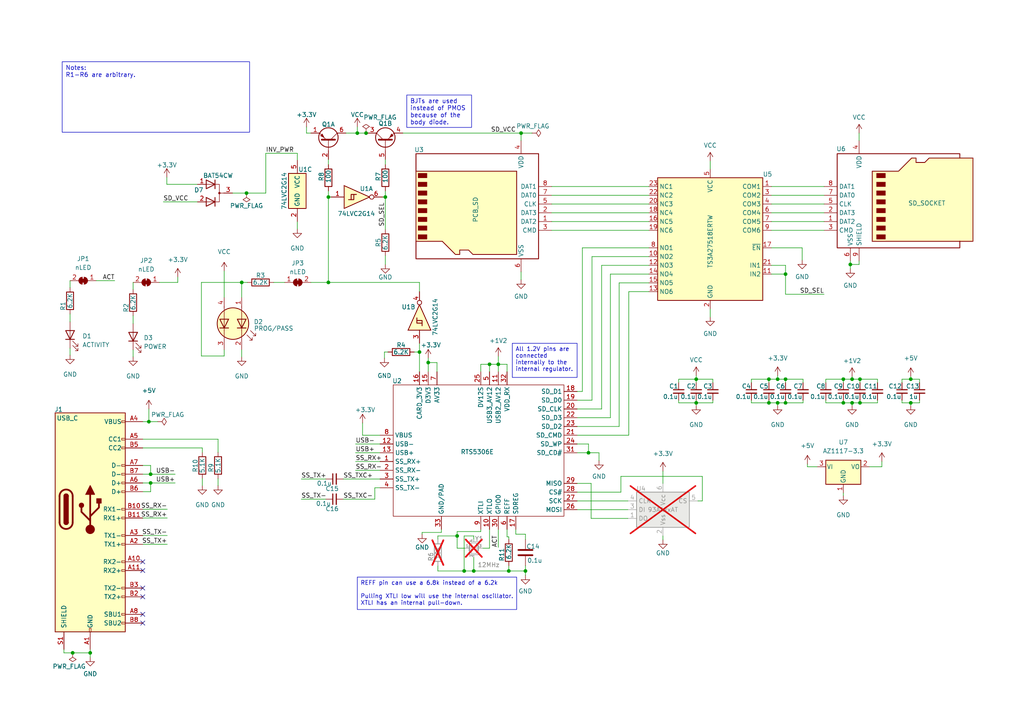
<source format=kicad_sch>
(kicad_sch (version 20230121) (generator eeschema)
  (paper "A4")
  (title_block (title "SD SWAP") (date "2023-08-26") (rev "V1.1"))
  (junction (at 144.526 105.664))
  (junction (at 95.25 81.915))
  (junction (at 21.082 189.357))
  (junction (at 106.172 38.608))
  (junction (at 137.414 165.608))
  (junction (at 246.634 76.708))
  (junction (at 152.4 165.608))
  (junction (at 26.162 189.357))
  (junction (at 244.602 109.982))
  (junction (at 247.142 109.982))
  (junction (at 43.688 137.541))
  (junction (at 132.588 155.448))
  (junction (at 227.838 109.982))
  (junction (at 147.574 165.608))
  (junction (at 227.838 79.502))
  (junction (at 111.76 57.15))
  (junction (at 43.688 140.081))
  (junction (at 151.13 38.608))
  (junction (at 264.16 109.982))
  (junction (at 244.602 116.84))
  (junction (at 170.688 131.318))
  (junction (at 201.93 109.982))
  (junction (at 264.16 116.84))
  (junction (at 70.104 81.915))
  (junction (at 124.206 105.156))
  (junction (at 225.552 116.84))
  (junction (at 249.428 109.982))
  (junction (at 141.986 105.664))
  (junction (at 43.18 122.301))
  (junction (at 201.93 116.84))
  (junction (at 134.62 165.608))
  (junction (at 223.012 109.982))
  (junction (at 227.838 116.84))
  (junction (at 225.552 109.982))
  (junction (at 249.428 116.84))
  (junction (at 223.012 116.84))
  (junction (at 103.632 38.608))
  (junction (at 121.666 102.108))
  (junction (at 71.501 56.007))
  (junction (at 95.25 57.15))
  (junction (at 247.142 116.84))
  (no_connect (at 41.402 178.181))
  (no_connect (at 41.402 162.941))
  (no_connect (at 41.402 170.561))
  (no_connect (at 41.402 173.101))
  (no_connect (at 41.402 165.481))
  (no_connect (at 41.402 180.721))
  (wire (pts (xy 132.588 155.448) (xy 132.588 159.004)))
  (wire (pts (xy 179.578 82.042) (xy 188.214 82.042)))
  (wire (pts (xy 70.104 101.473) (xy 70.104 103.505)))
  (wire (pts (xy 227.838 79.502) (xy 227.838 85.344)))
  (wire (pts (xy 18.542 189.357) (xy 18.542 188.341)))
  (wire (pts (xy 147.066 155.702) (xy 147.574 155.702)))
  (wire (pts (xy 43.18 122.301) (xy 41.402 122.301)))
  (wire (pts (xy 167.386 140.208) (xy 171.45 140.208)))
  (wire (pts (xy 249.174 38.608) (xy 249.174 40.767)))
  (wire (pts (xy 70.104 81.915) (xy 70.104 86.233)))
  (wire (pts (xy 26.162 189.357) (xy 26.162 190.627)))
  (wire (pts (xy 192.278 155.448) (xy 192.278 156.591)))
  (wire (pts (xy 244.602 109.982) (xy 247.142 109.982)))
  (wire (pts (xy 244.602 116.84) (xy 244.602 116.078)))
  (wire (pts (xy 103.124 131.318) (xy 110.236 131.318)))
  (wire (pts (xy 71.501 56.007) (xy 67.437 56.007)))
  (wire (pts (xy 99.568 144.78) (xy 108.712 144.78)))
  (wire (pts (xy 180.086 142.748) (xy 180.086 138.176)))
  (wire (pts (xy 77.089 56.007) (xy 77.089 44.45)))
  (wire (pts (xy 227.838 76.962) (xy 227.838 79.502)))
  (wire (pts (xy 137.414 161.544) (xy 137.414 165.608)))
  (wire (pts (xy 103.124 136.398) (xy 110.236 136.398)))
  (wire (pts (xy 223.774 59.182) (xy 239.014 59.182)))
  (wire (pts (xy 223.774 76.962) (xy 227.838 76.962)))
  (wire (pts (xy 20.32 91.059) (xy 20.32 93.345)))
  (wire (pts (xy 58.674 138.811) (xy 58.674 140.843)))
  (wire (pts (xy 43.688 137.541) (xy 41.402 137.541)))
  (wire (pts (xy 266.7 109.982) (xy 266.7 110.998)))
  (wire (pts (xy 225.552 116.84) (xy 225.552 117.602)))
  (wire (pts (xy 174.498 76.962) (xy 188.214 76.962)))
  (wire (pts (xy 111.506 102.108) (xy 112.522 102.108)))
  (wire (pts (xy 239.522 116.078) (xy 239.522 116.84)))
  (wire (pts (xy 90.17 81.915) (xy 95.25 81.915)))
  (wire (pts (xy 38.608 101.473) (xy 38.608 103.505)))
  (wire (pts (xy 239.522 109.982) (xy 239.522 110.998)))
  (wire (pts (xy 177.038 79.502) (xy 177.038 121.158)))
  (wire (pts (xy 167.386 131.318) (xy 170.688 131.318)))
  (wire (pts (xy 103.632 36.83) (xy 103.632 38.608)))
  (wire (pts (xy 120.142 102.108) (xy 121.666 102.108)))
  (wire (pts (xy 108.712 141.478) (xy 110.236 141.478)))
  (wire (pts (xy 261.62 109.982) (xy 264.16 109.982)))
  (wire (pts (xy 41.402 135.001) (xy 43.688 135.001)))
  (wire (pts (xy 234.188 135.382) (xy 236.982 135.382)))
  (wire (pts (xy 147.574 164.084) (xy 147.574 165.608)))
  (wire (pts (xy 48.514 150.241) (xy 41.402 150.241)))
  (wire (pts (xy 70.104 81.915) (xy 71.755 81.915)))
  (wire (pts (xy 225.552 116.84) (xy 227.838 116.84)))
  (wire (pts (xy 261.62 109.982) (xy 261.62 110.998)))
  (wire (pts (xy 246.634 76.708) (xy 249.174 76.708)))
  (wire (pts (xy 41.402 129.921) (xy 58.674 129.921)))
  (wire (pts (xy 196.85 116.078) (xy 196.85 116.84)))
  (wire (pts (xy 223.774 56.642) (xy 239.014 56.642)))
  (wire (pts (xy 201.93 108.966) (xy 201.93 109.982)))
  (wire (pts (xy 244.602 116.84) (xy 247.142 116.84)))
  (wire (pts (xy 249.428 109.982) (xy 249.428 110.998)))
  (wire (pts (xy 160.02 59.182) (xy 188.214 59.182)))
  (wire (pts (xy 151.13 78.867) (xy 151.13 81.153)))
  (wire (pts (xy 26.162 188.341) (xy 26.162 189.357)))
  (wire (pts (xy 43.688 142.621) (xy 41.402 142.621)))
  (wire (pts (xy 45.72 122.301) (xy 43.18 122.301)))
  (wire (pts (xy 103.124 133.858) (xy 110.236 133.858)))
  (wire (pts (xy 144.526 103.378) (xy 144.526 105.664)))
  (wire (pts (xy 223.774 71.882) (xy 232.664 71.882)))
  (wire (pts (xy 41.402 140.081) (xy 43.688 140.081)))
  (wire (pts (xy 223.012 109.982) (xy 223.012 110.998)))
  (wire (pts (xy 149.606 154.94) (xy 152.4 154.94)))
  (wire (pts (xy 149.606 153.543) (xy 149.606 154.94)))
  (wire (pts (xy 255.778 133.858) (xy 255.778 135.382)))
  (wire (pts (xy 26.162 189.357) (xy 21.082 189.357)))
  (wire (pts (xy 160.02 61.722) (xy 188.214 61.722)))
  (wire (pts (xy 48.387 53.467) (xy 57.277 53.467)))
  (wire (pts (xy 151.13 38.608) (xy 154.305 38.608)))
  (wire (pts (xy 180.086 138.176) (xy 203.708 138.176)))
  (wire (pts (xy 106.172 38.608) (xy 106.68 38.608)))
  (wire (pts (xy 43.688 137.541) (xy 50.8 137.541)))
  (wire (pts (xy 46.228 81.915) (xy 51.562 81.915)))
  (wire (pts (xy 255.778 135.382) (xy 252.222 135.382)))
  (wire (pts (xy 65.024 103.251) (xy 65.024 101.473)))
  (wire (pts (xy 160.02 64.262) (xy 188.214 64.262)))
  (wire (pts (xy 124.206 107.823) (xy 124.206 105.156)))
  (wire (pts (xy 63.246 138.811) (xy 63.246 140.843)))
  (wire (pts (xy 111.76 57.15) (xy 111.76 66.548)))
  (wire (pts (xy 247.142 116.84) (xy 249.428 116.84)))
  (wire (pts (xy 223.012 116.84) (xy 225.552 116.84)))
  (wire (pts (xy 43.688 140.081) (xy 43.688 142.621)))
  (wire (pts (xy 201.93 109.982) (xy 206.756 109.982)))
  (wire (pts (xy 124.206 103.886) (xy 124.206 105.156)))
  (wire (pts (xy 225.552 108.966) (xy 225.552 109.982)))
  (wire (pts (xy 63.246 127.381) (xy 63.246 131.191)))
  (wire (pts (xy 227.838 116.84) (xy 227.838 116.078)))
  (wire (pts (xy 232.664 71.882) (xy 232.664 75.438)))
  (wire (pts (xy 196.85 109.982) (xy 201.93 109.982)))
  (wire (pts (xy 167.386 113.538) (xy 168.91 113.538)))
  (wire (pts (xy 147.574 165.608) (xy 152.4 165.608)))
  (wire (pts (xy 196.85 116.84) (xy 201.93 116.84)))
  (wire (pts (xy 27.94 81.407) (xy 33.274 81.407)))
  (wire (pts (xy 105.156 126.238) (xy 110.236 126.238)))
  (wire (pts (xy 65.024 78.613) (xy 65.024 86.233)))
  (wire (pts (xy 261.62 116.84) (xy 264.16 116.84)))
  (wire (pts (xy 139.446 105.664) (xy 141.986 105.664)))
  (wire (pts (xy 137.414 156.464) (xy 137.414 155.448)))
  (wire (pts (xy 48.514 155.321) (xy 41.402 155.321)))
  (wire (pts (xy 95.25 81.915) (xy 121.666 81.915)))
  (wire (pts (xy 57.277 58.547) (xy 47.371 58.547)))
  (wire (pts (xy 103.632 38.608) (xy 106.172 38.608)))
  (wire (pts (xy 261.62 116.84) (xy 261.62 116.078)))
  (wire (pts (xy 86.233 64.262) (xy 86.233 66.421)))
  (wire (pts (xy 152.4 154.94) (xy 152.4 156.464)))
  (wire (pts (xy 87.376 138.938) (xy 94.488 138.938)))
  (wire (pts (xy 77.089 44.45) (xy 86.233 44.45)))
  (wire (pts (xy 141.986 105.664) (xy 141.986 107.823)))
  (wire (pts (xy 43.18 118.618) (xy 43.18 122.301)))
  (wire (pts (xy 171.704 74.422) (xy 188.214 74.422)))
  (wire (pts (xy 127 155.448) (xy 132.588 155.448)))
  (wire (pts (xy 168.91 71.882) (xy 188.214 71.882)))
  (wire (pts (xy 127 164.084) (xy 127 165.608)))
  (wire (pts (xy 254.508 109.982) (xy 254.508 110.998)))
  (wire (pts (xy 134.62 165.608) (xy 137.414 165.608)))
  (wire (pts (xy 196.85 109.982) (xy 196.85 110.998)))
  (wire (pts (xy 121.666 102.108) (xy 121.666 107.823)))
  (wire (pts (xy 127 165.608) (xy 134.62 165.608)))
  (wire (pts (xy 182.372 126.238) (xy 167.386 126.238)))
  (wire (pts (xy 99.568 138.938) (xy 110.236 138.938)))
  (wire (pts (xy 234.188 134.62) (xy 234.188 135.382)))
  (wire (pts (xy 86.233 44.45) (xy 86.233 46.482)))
  (wire (pts (xy 111.76 46.228) (xy 111.76 47.752)))
  (wire (pts (xy 225.552 109.982) (xy 227.838 109.982)))
  (wire (pts (xy 205.994 89.662) (xy 205.994 91.948)))
  (wire (pts (xy 266.7 116.84) (xy 266.7 116.078)))
  (wire (pts (xy 20.32 100.965) (xy 20.32 102.997)))
  (wire (pts (xy 223.774 66.802) (xy 239.014 66.802)))
  (wire (pts (xy 223.774 61.722) (xy 239.014 61.722)))
  (wire (pts (xy 151.13 38.608) (xy 151.13 40.767)))
  (wire (pts (xy 121.666 99.568) (xy 121.666 102.108)))
  (wire (pts (xy 227.838 85.344) (xy 239.014 85.344)))
  (wire (pts (xy 203.708 138.176) (xy 203.708 145.288)))
  (wire (pts (xy 182.372 84.582) (xy 182.372 126.238)))
  (wire (pts (xy 141.986 153.543) (xy 141.986 159.004)))
  (wire (pts (xy 126.746 105.156) (xy 126.746 107.823)))
  (wire (pts (xy 201.93 116.84) (xy 201.93 116.078)))
  (wire (pts (xy 246.634 76.708) (xy 246.634 77.978)))
  (wire (pts (xy 217.932 109.982) (xy 217.932 110.998)))
  (wire (pts (xy 201.93 116.84) (xy 206.756 116.84)))
  (wire (pts (xy 147.574 155.702) (xy 147.574 156.464)))
  (wire (pts (xy 147.066 153.543) (xy 147.066 155.702)))
  (wire (pts (xy 139.954 159.004) (xy 141.986 159.004)))
  (wire (pts (xy 264.16 116.84) (xy 266.7 116.84)))
  (wire (pts (xy 21.082 189.357) (xy 18.542 189.357)))
  (wire (pts (xy 249.428 109.982) (xy 254.508 109.982)))
  (wire (pts (xy 20.32 83.439) (xy 20.32 81.407)))
  (wire (pts (xy 254.508 116.84) (xy 254.508 116.078)))
  (wire (pts (xy 167.386 118.618) (xy 174.498 118.618)))
  (wire (pts (xy 167.386 128.778) (xy 170.688 128.778)))
  (wire (pts (xy 179.578 123.698) (xy 179.578 82.042)))
  (wire (pts (xy 152.4 164.084) (xy 152.4 165.608)))
  (wire (pts (xy 206.756 109.982) (xy 206.756 110.998)))
  (wire (pts (xy 223.774 64.262) (xy 239.014 64.262)))
  (wire (pts (xy 147.066 105.664) (xy 147.066 107.823)))
  (wire (pts (xy 43.688 135.001) (xy 43.688 137.541)))
  (wire (pts (xy 63.246 127.381) (xy 41.402 127.381)))
  (wire (pts (xy 227.838 109.982) (xy 227.838 110.998)))
  (wire (pts (xy 203.708 145.288) (xy 202.438 145.288)))
  (wire (pts (xy 246.634 75.692) (xy 246.634 76.708)))
  (wire (pts (xy 105.156 122.682) (xy 105.156 126.238)))
  (wire (pts (xy 217.932 109.982) (xy 223.012 109.982)))
  (wire (pts (xy 217.932 116.078) (xy 217.932 116.84)))
  (wire (pts (xy 227.838 79.502) (xy 223.774 79.502)))
  (wire (pts (xy 192.278 136.652) (xy 192.278 140.208)))
  (wire (pts (xy 58.42 81.915) (xy 70.104 81.915)))
  (wire (pts (xy 132.588 154.178) (xy 132.588 155.448)))
  (wire (pts (xy 168.91 113.538) (xy 168.91 71.882)))
  (wire (pts (xy 171.45 150.368) (xy 182.118 150.368)))
  (wire (pts (xy 77.089 56.007) (xy 71.501 56.007)))
  (wire (pts (xy 38.608 83.947) (xy 38.608 81.915)))
  (wire (pts (xy 223.012 116.84) (xy 223.012 116.078)))
  (wire (pts (xy 152.4 165.608) (xy 152.4 166.878)))
  (wire (pts (xy 264.16 116.84) (xy 264.16 117.602)))
  (wire (pts (xy 239.522 116.84) (xy 244.602 116.84)))
  (wire (pts (xy 124.206 105.156) (xy 126.746 105.156)))
  (wire (pts (xy 134.62 155.448) (xy 134.62 165.608)))
  (wire (pts (xy 264.16 109.982) (xy 266.7 109.982)))
  (wire (pts (xy 79.375 81.915) (xy 82.55 81.915)))
  (wire (pts (xy 201.93 116.84) (xy 201.93 117.602)))
  (wire (pts (xy 227.838 109.982) (xy 232.918 109.982)))
  (wire (pts (xy 121.666 81.915) (xy 121.666 84.582)))
  (wire (pts (xy 38.608 91.567) (xy 38.608 93.853)))
  (wire (pts (xy 188.214 79.502) (xy 177.038 79.502)))
  (wire (pts (xy 132.588 159.004) (xy 134.874 159.004)))
  (wire (pts (xy 223.012 109.982) (xy 225.552 109.982)))
  (wire (pts (xy 160.02 54.102) (xy 188.214 54.102)))
  (wire (pts (xy 171.704 116.078) (xy 171.704 74.422)))
  (wire (pts (xy 160.02 66.802) (xy 188.214 66.802)))
  (wire (pts (xy 182.372 84.582) (xy 188.214 84.582)))
  (wire (pts (xy 95.25 55.372) (xy 95.25 57.15)))
  (wire (pts (xy 206.756 116.84) (xy 206.756 116.078)))
  (wire (pts (xy 170.688 128.778) (xy 170.688 131.318)))
  (wire (pts (xy 177.038 121.158) (xy 167.386 121.158)))
  (wire (pts (xy 128.016 154.432) (xy 122.428 154.432)))
  (wire (pts (xy 244.602 143.002) (xy 244.602 143.764)))
  (wire (pts (xy 167.386 123.698) (xy 179.578 123.698)))
  (wire (pts (xy 95.25 46.228) (xy 95.25 47.752)))
  (wire (pts (xy 160.02 56.642) (xy 188.214 56.642)))
  (wire (pts (xy 58.42 81.915) (xy 58.42 103.251)))
  (wire (pts (xy 137.414 155.448) (xy 134.62 155.448)))
  (wire (pts (xy 48.514 147.701) (xy 41.402 147.701)))
  (wire (pts (xy 141.986 105.664) (xy 144.526 105.664)))
  (wire (pts (xy 95.25 57.15) (xy 96.012 57.15)))
  (wire (pts (xy 223.774 54.102) (xy 239.014 54.102)))
  (wire (pts (xy 110.998 57.15) (xy 111.76 57.15)))
  (wire (pts (xy 170.688 131.318) (xy 173.736 131.318)))
  (wire (pts (xy 232.918 109.982) (xy 232.918 110.998)))
  (wire (pts (xy 239.522 109.982) (xy 244.602 109.982)))
  (wire (pts (xy 58.674 129.921) (xy 58.674 131.191)))
  (wire (pts (xy 249.428 116.84) (xy 254.508 116.84)))
  (wire (pts (xy 88.9 36.83) (xy 88.9 38.608)))
  (wire (pts (xy 264.16 109.22) (xy 264.16 109.982)))
  (wire (pts (xy 249.428 116.84) (xy 249.428 116.078)))
  (wire (pts (xy 128.016 153.543) (xy 128.016 154.432)))
  (wire (pts (xy 167.386 147.828) (xy 182.118 147.828)))
  (wire (pts (xy 244.602 109.982) (xy 244.602 110.998)))
  (wire (pts (xy 139.446 153.543) (xy 139.446 154.178)))
  (wire (pts (xy 122.428 154.432) (xy 122.428 154.94)))
  (wire (pts (xy 232.918 116.84) (xy 232.918 116.078)))
  (wire (pts (xy 139.446 107.823) (xy 139.446 105.664)))
  (wire (pts (xy 48.387 51.435) (xy 48.387 53.467)))
  (wire (pts (xy 144.526 105.664) (xy 144.526 107.823)))
  (wire (pts (xy 167.386 145.288) (xy 182.118 145.288)))
  (wire (pts (xy 48.514 157.861) (xy 41.402 157.861)))
  (wire (pts (xy 95.25 57.15) (xy 95.25 81.915)))
  (wire (pts (xy 43.688 140.081) (xy 50.8 140.081)))
  (wire (pts (xy 247.142 116.84) (xy 247.142 117.602)))
  (wire (pts (xy 111.76 74.168) (xy 111.76 76.708)))
  (wire (pts (xy 249.174 76.708) (xy 249.174 75.692)))
  (wire (pts (xy 103.124 128.778) (xy 110.236 128.778)))
  (wire (pts (xy 173.736 131.318) (xy 173.736 133.604)))
  (wire (pts (xy 205.994 46.736) (xy 205.994 49.022)))
  (wire (pts (xy 247.142 109.982) (xy 249.428 109.982)))
  (wire (pts (xy 227.838 116.84) (xy 232.918 116.84)))
  (wire (pts (xy 137.414 165.608) (xy 147.574 165.608)))
  (wire (pts (xy 171.45 140.208) (xy 171.45 150.368)))
  (wire (pts (xy 108.712 144.78) (xy 108.712 141.478)))
  (wire (pts (xy 127 156.464) (xy 127 155.448)))
  (wire (pts (xy 201.93 109.982) (xy 201.93 110.998)))
  (wire (pts (xy 88.9 38.608) (xy 90.17 38.608)))
  (wire (pts (xy 167.386 142.748) (xy 180.086 142.748)))
  (wire (pts (xy 132.588 154.178) (xy 139.446 154.178)))
  (wire (pts (xy 111.506 103.886) (xy 111.506 102.108)))
  (wire (pts (xy 247.142 109.22) (xy 247.142 109.982)))
  (wire (pts (xy 144.526 153.543) (xy 144.526 158.75)))
  (wire (pts (xy 51.562 80.391) (xy 51.562 81.915)))
  (wire (pts (xy 217.932 116.84) (xy 223.012 116.84)))
  (wire (pts (xy 58.42 103.251) (xy 65.024 103.251)))
  (wire (pts (xy 116.84 38.608) (xy 151.13 38.608)))
  (wire (pts (xy 174.498 118.618) (xy 174.498 76.962)))
  (wire (pts (xy 100.33 38.608) (xy 103.632 38.608)))
  (wire (pts (xy 144.526 105.664) (xy 147.066 105.664)))
  (wire (pts (xy 167.386 116.078) (xy 171.704 116.078)))
  (wire (pts (xy 111.76 55.372) (xy 111.76 57.15)))
  (wire (pts (xy 87.376 144.78) (xy 94.488 144.78)))
  (text_box "Notes:\nR1-R6 are arbitrary.\n" (at 18.034 17.907 0) (size 54.356 20.447) (effects (font (size 1.27 1.27)) (justify left top)))
  (text_box "BJTs are used instead of PMOS\nbecause of the body diode.\n" (at 117.983 27.559 0) (size 18.796 9.398) (effects (font (size 1.27 1.27)) (justify left top)))
  (text_box "All 1.2V pins are connected internally to the internal regulator." (at 148.59 99.568 0) (size 18.796 9.906) (effects (font (size 1.2 1.2)) (justify left top)))
  (text_box "REFF pin can use a 6.8k instead of a 6.2k\n\nPulling XTLI low will use the internal oscillator.\nXTLI has an internal pull-down." (at 103.632 167.386 0) (size 46.228 9.398) (effects (font (size 1.2 1.2)) (justify left top)))
  (label "SD_VCC" (at 47.371 58.547 0))
  (label "ACT" (at 33.274 81.407 180))
  (label "USB+" (at 50.8 140.081 180))
  (label "SS_TX+" (at 48.514 157.861 180))
  (label "USB+" (at 103.124 131.318 0))
  (label "SS_RX-" (at 103.124 136.398 0))
  (label "SS_RX-" (at 48.514 147.701 180))
  (label "SS_RX+" (at 48.514 150.241 180))
  (label "ACT" (at 144.526 158.75 90))
  (label "SS_TXC-" (at 99.568 144.78 0))
  (label "SS_TX-" (at 87.376 144.78 0))
  (label "SS_TX-" (at 48.514 155.321 180))
  (label "SD_SEL" (at 111.76 58.674 270))
  (label "SD_VCC" (at 142.367 38.608 0))
  (label "USB-" (at 50.8 137.541 180))
  (label "INV_PWR" (at 77.089 44.45 0))
  (label "SS_RX+" (at 103.124 133.858 0))
  (label "USB-" (at 103.124 128.778 0))
  (label "SS_TX+" (at 87.376 138.938 0))
  (label "SD_SEL" (at 239.014 85.344 180))
  (label "SS_TXC+" (at 99.568 138.938 0))
  (symbol (lib_id "Device:C_Small") (at 227.838 113.538 0) (unit 1)
    (property "Reference" "C6" (at 225.044 112.014 0) (effects (justify left)))
    (property "Value" "0.1u" (at 223.266 115.062 0) (effects (justify left)))
    (property "Footprint" "Capacitor_SMD:C_0201_0603Metric" (effects hide))
    (property "LCSC" "C66938" (effects hide))
  )
  (symbol (lib_id "power:+3.3V") (at 88.9 36.83 0) (unit 1)
    (property "Reference" "#PWR0130" (effects hide))
    (property "Value" "+3.3V" (at 88.9 33.274 0))
  )
  (symbol (lib_id "power:VCC") (at 249.174 38.608 0) (mirror y) (unit 1)
    (property "Reference" "#PWR0106" (effects hide))
    (property "Value" "VCC" (at 249.174 34.036 0))
  )
  (symbol (lib_id "Device:C_Small") (at 206.756 113.538 0) (unit 1)
    (property "Reference" "C3" (at 203.962 112.014 0) (effects (justify left)))
    (property "Value" "0.1u" (at 202.184 115.062 0) (effects (justify left)))
    (property "Footprint" "Capacitor_SMD:C_0201_0603Metric" (effects hide))
    (property "LCSC" "C66938" (effects hide))
  )
  (symbol (lib_id "Device:LED") (at 38.608 97.663 90) (unit 1)
    (property "Reference" "D3" (at 41.656 97.9804 90) (effects (justify right)))
    (property "Value" "POWER" (at 41.656 100.5204 90) (effects (justify right)))
    (property "Footprint" "LED_SMD:LED_0603_1608Metric" (effects hide))
    (property "LCSC" "C434419" (effects hide))
  )
  (symbol (lib_id "Device:C_Small") (at 254.508 113.538 0) (unit 1)
    (property "Reference" "C11" (at 250.571 112.014 0) (effects (justify left)))
    (property "Value" "0.1u" (at 249.936 115.062 0) (effects (justify left)))
    (property "Footprint" "Capacitor_SMD:C_0201_0603Metric" (effects hide))
    (property "LCSC" "C66938" (effects hide))
  )
  (symbol (lib_id "power:GND") (at 244.602 143.764 0) (unit 1)
    (property "Reference" "#PWR0101" (effects hide))
    (property "Value" "GND" (at 244.602 149.352 0))
  )
  (symbol (lib_id "power:GND") (at 122.428 154.94 0) (unit 1)
    (property "Reference" "#PWR0110" (effects hide))
    (property "Value" "GND" (at 122.428 158.75 0))
  )
  (symbol (lib_id "Device:C_Small") (at 201.93 113.538 0) (unit 1)
    (property "Reference" "C2" (at 199.136 112.014 0) (effects (justify left)))
    (property "Value" "0.1u" (at 197.358 115.062 0) (effects (justify left)))
    (property "Footprint" "Capacitor_SMD:C_0201_0603Metric" (effects hide))
    (property "LCSC" "C66938" (effects hide))
  )
  (symbol (lib_id "power:GND") (at 58.674 140.843 0) (unit 1)
    (property "Reference" "#PWR0135" (effects hide))
    (property "Value" "GND" (at 58.674 146.431 0))
  )
  (symbol (lib_id "Device:R") (at 20.32 87.249 180) (unit 1)
    (property "Reference" "R1" (at 18.288 88.773 90))
    (property "Value" "6.2K" (at 20.32 87.249 90))
    (property "Footprint" "Resistor_SMD:R_0603_1608Metric" (effects hide))
    (property "LCSC" "C4260" (effects hide))
  )
  (symbol (lib_id "power:GND") (at 63.246 140.843 0) (unit 1)
    (property "Reference" "#PWR0136" (effects hide))
    (property "Value" "GND" (at 63.246 146.431 0))
  )
  (symbol (lib_id "Jumper:SolderJumper_2_Bridged") (at 86.36 81.915 0) (unit 1) (in_bom no)
    (property "Reference" "JP3" (at 86.36 76.327 0))
    (property "Value" "nLED" (at 86.36 78.867 0))
    (property "Footprint" "Jumper:SolderJumper-2_P1.3mm_Bridged_RoundedPad1.0x1.5mm" (effects hide))
    (property "Part Number" "NONE" (effects hide))
  )
  (symbol (lib_id "Device:R") (at 127 160.274 0) (unit 1) (in_bom no) (dnp yes)
    (property "Reference" "R6" (at 124.968 162.814 90) (effects (justify left)))
    (property "Value" "10K" (at 127 162.306 90) (effects (justify left)))
    (property "Footprint" "Resistor_SMD:R_0603_1608Metric" (effects hide))
  )
  (symbol (lib_id "Analog_Switch:TS3A27518ERTW") (at 205.994 69.342 0) (mirror y) (unit 1)
    (property "Reference" "U5" (at 221.234 50.546 0) (effects (justify right)))
    (property "Value" "TS3A27518ERTW" (at 205.994 62.23 90) (effects (justify right)))
    (property "Footprint" "Package_DFN_QFN:WQFN-24-1EP_4x4mm_P0.5mm_EP2.6x2.6mm" (effects hide))
    (property "Datasheet" "http://www.ti.com/lit/ds/symlink/ts3a27518e.pdf" (effects hide))
    (property "LCSC" "C2651937" (effects hide))
    (property "Part Number" "TS3A27518ERTW" (effects hide))
  )
  (symbol (lib_id "power:GND") (at 247.142 117.602 0) (unit 1)
    (property "Reference" "#PWR0118" (effects hide))
    (property "Value" "GND" (at 247.142 123.19 0))
  )
  (symbol (lib_id "power:VCC") (at 103.632 36.83 0) (unit 1)
    (property "Reference" "#PWR0131" (effects hide))
    (property "Value" "VCC" (at 103.632 33.274 0))
  )
  (symbol (lib_name "74LVC2G14_1") (lib_id "74xGxx:74LVC2G14") (at 103.378 57.15 0) (unit 1)
    (property "Reference" "U1" (at 108.204 54.737 0) (effects (justify right)))
    (property "Value" "74LVC2G14" (at 108.839 61.976 0) (effects (justify right)))
    (property "Footprint" "Package_TO_SOT_SMD:SOT-363_SC-70-6" (effects hide))
    (property "Datasheet" "https://www.ti.com/lit/ds/symlink/sn74lvc2g14.pdf" (effects hide))
    (property "LCSC" "C3294721" (effects hide))
    (property "Part Number" "74LVC2G14" (effects hide))
  )
  (symbol (lib_id "Device:R") (at 111.76 70.358 180) (unit 1)
    (property "Reference" "R5" (at 109.728 70.358 90))
    (property "Value" "6.2K" (at 111.76 70.358 90))
    (property "Footprint" "Resistor_SMD:R_0201_0603Metric" (effects hide))
    (property "LCSC" "C423334" (effects hide))
  )
  (symbol (lib_id "power:VCC") (at 65.024 78.613 0) (unit 1)
    (property "Reference" "#PWR0129" (effects hide))
    (property "Value" "VCC" (at 65.024 73.025 0))
  )
  (symbol (lib_id "power:GND") (at 205.994 91.948 0) (unit 1)
    (property "Reference" "#PWR0113" (effects hide))
    (property "Value" "GND" (at 205.994 96.774 0))
  )
  (symbol (lib_id "power:VCC") (at 201.93 108.966 0) (unit 1)
    (property "Reference" "#PWR0138" (effects hide))
    (property "Value" "VCC" (at 201.93 104.394 0))
  )
  (symbol (lib_id "Device:C_Small") (at 97.028 138.938 90) (unit 1)
    (property "Reference" "C15" (at 98.298 141.732 90) (effects (justify left)))
    (property "Value" "0.1u" (at 96.266 140.208 90) (effects (justify left)))
    (property "Footprint" "Capacitor_SMD:C_0201_0603Metric" (effects hide))
    (property "LCSC" "C66938" (effects hide))
  )
  (symbol (lib_id "power:+3.3V") (at 105.156 122.682 0) (unit 1)
    (property "Reference" "#PWR0123" (effects hide))
    (property "Value" "+3.3V" (at 105.918 118.872 0))
  )
  (symbol (lib_id "Device:R") (at 58.674 135.001 0) (unit 1)
    (property "Reference" "R10" (at 56.642 137.033 90) (effects (justify left)))
    (property "Value" "5.1K" (at 58.674 137.287 90) (effects (justify left)))
    (property "Footprint" "Resistor_SMD:R_0201_0603Metric" (effects hide))
    (property "LCSC" "C100142" (effects hide))
  )
  (symbol (lib_id "Device:R") (at 63.246 135.001 0) (unit 1)
    (property "Reference" "R9" (at 61.214 137.033 90) (effects (justify left)))
    (property "Value" "5.1K" (at 63.246 137.287 90) (effects (justify left)))
    (property "Footprint" "Resistor_SMD:R_0201_0603Metric" (effects hide))
    (property "LCSC" "C100142" (effects hide))
  )
  (symbol (lib_id "Device:C_Small") (at 266.7 113.538 0) (unit 1)
    (property "Reference" "C13" (at 262.763 112.014 0) (effects (justify left)))
    (property "Value" "1u" (at 263.652 115.062 0) (effects (justify left)))
    (property "Footprint" "Capacitor_SMD:C_0402_1005Metric" (effects hide))
    (property "LCSC" "C107372" (effects hide))
  )
  (symbol (lib_id "power:GND") (at 111.506 103.886 0) (unit 1)
    (property "Reference" "#PWR0122" (effects hide))
    (property "Value" "GND" (at 111.506 108.966 0))
  )
  (symbol (lib_id "power:GND") (at 225.552 117.602 0) (unit 1)
    (property "Reference" "#PWR0114" (effects hide))
    (property "Value" "GND" (at 225.552 123.19 0))
  )
  (symbol (lib_id "power:GND") (at 232.664 75.438 0) (unit 1)
    (property "Reference" "#PWR0103" (effects hide))
    (property "Value" "GND" (at 232.664 80.264 0))
  )
  (symbol (lib_id "power:GND") (at 38.608 103.505 0) (unit 1)
    (property "Reference" "#PWR0125" (effects hide))
    (property "Value" "GND" (at 38.608 109.093 0))
  )
  (symbol (lib_id "power:GND") (at 246.634 77.978 0) (mirror y) (unit 1)
    (property "Reference" "#PWR0104" (effects hide))
    (property "Value" "GND" (at 246.634 82.804 0))
  )
  (symbol (lib_id "power:+3.3V") (at 225.552 108.966 0) (unit 1)
    (property "Reference" "#PWR0112" (effects hide))
    (property "Value" "+3.3V" (at 225.552 103.886 0))
  )
  (symbol (lib_id "power:+3.3V") (at 255.778 133.858 0) (unit 1)
    (property "Reference" "#PWR0119" (effects hide))
    (property "Value" "+3.3V" (at 255.778 128.778 0))
  )
  (symbol (lib_id "Device:Q_Dual_PNP_PNP_E1B1C2E2B2C1") (at 95.25 41.148 270) (mirror x) (unit 1)
    (property "Reference" "Q1" (at 95.25 36.068 90))
    (property "Value" "Q_Dual_PNP_PNP_E1B1C2E2B2C1" (effects hide))
    (property "Footprint" "Package_TO_SOT_SMD:SOT-23-6" (effects hide))
    (property "LCSC" "C703623" (effects hide))
    (property "Part Number" "QST8TR" (effects hide))
  )
  (symbol (lib_id "power:GND") (at 173.736 133.604 0) (unit 1)
    (property "Reference" "#PWR0109" (effects hide))
    (property "Value" "GND" (at 173.736 138.176 0))
  )
  (symbol (lib_id "power:GND") (at 201.93 117.602 0) (unit 1)
    (property "Reference" "#PWR0139" (effects hide))
    (property "Value" "GND" (at 201.93 123.19 0))
  )
  (symbol (lib_id "power:GND") (at 86.233 66.421 0) (unit 1)
    (property "Reference" "#PWR02" (effects hide))
    (property "Value" "GND" (at 86.233 72.009 0))
  )
  (symbol (lib_id "power:+3.3V") (at 51.562 80.391 0) (unit 1)
    (property "Reference" "#PWR0127" (effects hide))
    (property "Value" "+3.3V" (at 51.562 75.311 0))
  )
  (symbol (lib_id "Device:C_Small") (at 217.932 113.538 0) (unit 1)
    (property "Reference" "C4" (at 215.138 112.014 0) (effects (justify left)))
    (property "Value" "0.1u" (at 213.36 115.062 0) (effects (justify left)))
    (property "Footprint" "Capacitor_SMD:C_0201_0603Metric" (effects hide))
    (property "LCSC" "C66938" (effects hide))
  )
  (symbol (lib_id "power:GND") (at 151.13 81.153 0) (mirror y) (unit 1)
    (property "Reference" "#PWR0120" (effects hide))
    (property "Value" "GND" (at 151.13 85.979 0))
  )
  (symbol (lib_id "power:VCC") (at 205.994 46.736 0) (unit 1)
    (property "Reference" "#PWR0105" (effects hide))
    (property "Value" "VCC" (at 205.994 42.164 0))
  )
  (symbol (lib_id "power:+1V2") (at 247.142 109.22 0) (unit 1)
    (property "Reference" "#PWR0115" (effects hide))
    (property "Value" "+1V2" (at 247.142 104.648 0))
  )
  (symbol (lib_id "Jumper:SolderJumper_2_Bridged") (at 42.418 81.915 180) (unit 1) (in_bom no)
    (property "Reference" "JP2" (at 42.418 75.565 0))
    (property "Value" "nLED" (at 42.418 78.105 0))
    (property "Footprint" "Jumper:SolderJumper-2_P1.3mm_Bridged_RoundedPad1.0x1.5mm" (effects hide))
    (property "Part Number" "NONE" (effects hide))
  )
  (symbol (lib_id "Device:Q_Dual_PNP_PNP_E1B1C2E2B2C1") (at 111.76 41.148 90) (unit 2)
    (property "Reference" "Q1" (at 111.76 35.814 90))
    (property "Value" "Q_Dual_PNP_PNP_E1B1C2E2B2C1" (effects hide))
    (property "Footprint" "Package_TO_SOT_SMD:SOT-23-6" (effects hide))
    (property "LCSC" "C703623" (effects hide))
    (property "Part Number" "QST8TR" (effects hide))
  )
  (symbol (lib_id "power:+1V2") (at 144.526 103.378 0) (unit 1)
    (property "Reference" "#PWR0121" (effects hide))
    (property "Value" "+1V2" (at 144.526 98.806 0))
  )
  (symbol (lib_id "power:GND") (at 264.16 117.602 0) (unit 1)
    (property "Reference" "#PWR0116" (effects hide))
    (property "Value" "GND" (at 264.16 123.19 0))
  )
  (symbol (lib_id "Device:C_Small") (at 244.602 113.538 0) (unit 1)
    (property "Reference" "C9" (at 241.808 112.014 0) (effects (justify left)))
    (property "Value" "0.1u" (at 240.03 115.062 0) (effects (justify left)))
    (property "Footprint" "Capacitor_SMD:C_0201_0603Metric" (effects hide))
    (property "LCSC" "C66938" (effects hide))
  )
  (symbol (lib_id "Device:R") (at 147.574 160.274 0) (unit 1)
    (property "Reference" "R11" (at 145.542 162.814 90) (effects (justify left)))
    (property "Value" "6.2K" (at 147.574 162.306 90) (effects (justify left)))
    (property "Footprint" "Resistor_SMD:R_0201_0603Metric" (effects hide))
    (property "LCSC" "C423334" (effects hide))
  )
  (symbol (lib_id "power:PWR_FLAG") (at 71.501 56.007 180) (unit 1)
    (property "Reference" "#FLG04" (effects hide))
    (property "Value" "PWR_FLAG" (at 71.501 59.69 0))
  )
  (symbol (lib_id "power:GND") (at 192.278 156.591 0) (unit 1)
    (property "Reference" "#PWR0107" (effects hide))
    (property "Value" "GND" (at 192.278 160.401 0))
  )
  (symbol (lib_id "power:PWR_FLAG") (at 154.305 38.608 270) (unit 1)
    (property "Reference" "#FLG03" (effects hide))
    (property "Value" "PWR_FLAG" (at 154.559 36.576 90))
  )
  (symbol (lib_id "Device:R") (at 116.332 102.108 90) (unit 1)
    (property "Reference" "R4" (at 116.332 100.076 90))
    (property "Value" "6.2K" (at 116.332 102.108 90))
    (property "Footprint" "Resistor_SMD:R_0201_0603Metric" (effects hide))
    (property "LCSC" "C423334" (effects hide))
  )
  (symbol (lib_id "Connector:USB_C_Receptacle") (at 26.162 147.701 0) (unit 1)
    (property "Reference" "J1" (at 17.018 118.745 0))
    (property "Value" "USB_C" (at 19.558 121.285 0))
    (property "Footprint" "USB-C:USB_C_Receptacle_Amphenol_10137061-00021LF" (effects hide))
    (property "Datasheet" "https://www.amphenol-cs.com/media/wysiwyg/files/drawing/10137061.pdf" (effects hide))
    (property "LCSC" "C3197967" (effects hide))
    (property "Part Number" "10137061-00021LF" (effects hide))
  )
  (symbol (lib_id "Device:C") (at 152.4 160.274 0) (unit 1)
    (property "Reference" "C14" (at 152.654 158.496 0) (effects (justify left)))
    (property "Value" "0.1u" (at 152.908 162.56 0) (effects (justify left)))
    (property "Footprint" "Capacitor_SMD:C_0201_0603Metric" (effects hide))
    (property "LCSC" "C66938" (effects hide))
  )
  (symbol (lib_id "Device:R") (at 95.25 51.562 0) (unit 1)
    (property "Reference" "R8" (at 93.218 52.578 90) (effects (justify left)))
    (property "Value" "100" (at 95.25 53.086 90) (effects (justify left)))
    (property "Footprint" "Resistor_SMD:R_0201_0603Metric" (effects hide))
    (property "LCSC" "C2991668" (effects hide))
  )
  (symbol (lib_id "power:+3.3V") (at 124.206 103.886 0) (unit 1)
    (property "Reference" "#PWR0111" (effects hide))
    (property "Value" "+3.3V" (at 124.968 100.076 0))
  )
  (symbol (lib_id "power:GND") (at 20.32 102.997 0) (unit 1)
    (property "Reference" "#PWR0126" (effects hide))
    (property "Value" "GND" (at 20.32 108.585 0))
  )
  (symbol (lib_id "power:GND") (at 26.162 190.627 0) (mirror y) (unit 1)
    (property "Reference" "#PWR0134" (effects hide))
    (property "Value" "GND" (at 26.162 195.453 0))
  )
  (symbol (lib_id "SD_Swap:PCB_SD") (at 160.02 54.102 0) (mirror y) (unit 1) (in_bom no)
    (property "Reference" "U3" (at 122.936 43.434 0) (effects (justify left)))
    (property "Value" "PCB_SD" (at 137.922 64.516 90) (effects (justify left)))
    (property "Footprint" "SD_Swap:PCB-SD" (effects hide))
    (property "Part Number" "NONE" (effects hide))
  )
  (symbol (lib_id "power:+3.3V") (at 48.387 51.435 0) (unit 1)
    (property "Reference" "#PWR01" (effects hide))
    (property "Value" "+3.3V" (at 48.387 47.879 0))
  )
  (symbol (lib_id "Jumper:SolderJumper_2_Bridged") (at 24.13 81.407 180) (unit 1) (in_bom no)
    (property "Reference" "JP1" (at 24.13 75.057 0))
    (property "Value" "nLED" (at 24.13 77.597 0))
    (property "Footprint" "Jumper:SolderJumper-2_P1.3mm_Bridged_RoundedPad1.0x1.5mm" (effects hide))
    (property "Part Number" "NONE" (effects hide))
  )
  (symbol (lib_id "power:GND") (at 152.4 166.878 0) (unit 1)
    (property "Reference" "#PWR0124" (effects hide))
    (property "Value" "GND" (at 152.4 171.45 0))
  )
  (symbol (lib_id "Device:LED") (at 20.32 97.155 90) (unit 1)
    (property "Reference" "D1" (at 23.876 97.4724 90) (effects (justify right)))
    (property "Value" "ACTIVITY" (at 23.876 100.0124 90) (effects (justify right)))
    (property "Footprint" "LED_SMD:LED_0603_1608Metric" (effects hide))
    (property "LCSC" "C253534" (effects hide))
  )
  (symbol (lib_name "74LVC2G14_2") (lib_id "74xGxx:74LVC2G14") (at 121.666 91.948 90) (unit 2)
    (property "Reference" "U1" (at 118.491 89.027 90))
    (property "Value" "74LVC2G14" (at 126.238 91.948 0))
    (property "Footprint" "Package_TO_SOT_SMD:SOT-363_SC-70-6" (effects hide))
    (property "Datasheet" "https://www.ti.com/lit/ds/symlink/sn74lvc2g14.pdf" (effects hide))
    (property "LCSC" "C3294721" (effects hide))
    (property "Part Number" "74LVC2G14" (effects hide))
  )
  (symbol (lib_id "Device:C_Small") (at 239.522 113.538 0) (unit 1)
    (property "Reference" "C8" (at 236.728 112.014 0) (effects (justify left)))
    (property "Value" "0.1u" (at 234.95 115.062 0) (effects (justify left)))
    (property "Footprint" "Capacitor_SMD:C_0201_0603Metric" (effects hide))
    (property "LCSC" "C66938" (effects hide))
  )
  (symbol (lib_id "Device:D_Dual_CommonCathode_AAK_Parallel") (at 62.357 56.007 0) (unit 1)
    (property "Reference" "D7" (at 57.658 55.118 0))
    (property "Value" "BAT54CW" (at 63.246 50.927 0))
    (property "Footprint" "Package_TO_SOT_SMD:SOT-323_SC-70" (effects hide))
    (property "Datasheet" "https://assets.nexperia.com/documents/data-sheet/BAT54W_SER.pdf" (effects hide))
    (property "LCSC" "C57891" (effects hide))
    (property "Part Number" "BAT54CW" (effects hide))
  )
  (symbol (lib_id "Device:C_Small") (at 223.012 113.538 0) (unit 1)
    (property "Reference" "C5" (at 220.218 112.014 0) (effects (justify left)))
    (property "Value" "0.1u" (at 218.44 115.062 0) (effects (justify left)))
    (property "Footprint" "Capacitor_SMD:C_0201_0603Metric" (effects hide))
    (property "LCSC" "C66938" (effects hide))
  )
  (symbol (lib_id "Regulator_Linear:AZ1117-3.3") (at 244.602 135.382 0) (unit 1)
    (property "Reference" "U7" (at 244.602 128.27 0))
    (property "Value" "AZ1117-3.3" (at 244.602 130.81 0))
    (property "Footprint" "Package_TO_SOT_SMD:SOT-223-3_TabPin2" (effects hide))
    (property "Datasheet" "https://www.diodes.com/assets/Datasheets/AZ1117.pdf" (effects hide))
    (property "LCSC" "C92102" (effects hide))
    (property "Part Number" "AZ1117CH-3.3TRG1" (effects hide))
  )
  (symbol (lib_id "power:+5V") (at 264.16 109.22 0) (unit 1)
    (property "Reference" "#PWR0117" (effects hide))
    (property "Value" "+5V" (at 264.16 103.886 0))
  )
  (symbol (lib_id "SD_Swap:SD_SOCKET") (at 239.014 54.102 0) (unit 1)
    (property "Reference" "U6" (at 242.57 43.18 0) (effects (justify left)))
    (property "Value" "SD_SOCKET" (at 263.398 58.928 0) (effects (justify left)))
    (property "Footprint" "SD_Swap:105162-0001" (effects hide))
    (property "Part Number" "105162-0001" (effects hide))
  )
  (symbol (lib_id "Device:Crystal_GND24_Small") (at 137.414 159.004 0) (unit 1) (in_bom no) (dnp yes)
    (property "Reference" "Y1" (at 138.938 156.21 0))
    (property "Value" "12MHz" (at 141.732 163.83 0))
    (property "Footprint" "SD_Swap:Resonator-3.2x1.3mm" (effects hide))
    (property "LCSC" "C907940" (effects hide))
    (property "Part Number" "CSTNE12M0G55A000R0" (effects hide))
  )
  (symbol (lib_id "power:PWR_FLAG") (at 45.72 122.301 270) (unit 1)
    (property "Reference" "#FLG01" (effects hide))
    (property "Value" "PWR_FLAG" (at 48.641 120.269 90))
  )
  (symbol (lib_id "Device:C_Small") (at 97.028 144.78 90) (unit 1)
    (property "Reference" "C16" (at 98.298 147.574 90) (effects (justify left)))
    (property "Value" "0.1u" (at 96.012 146.05 90) (effects (justify left)))
    (property "Footprint" "Capacitor_SMD:C_0201_0603Metric" (effects hide))
    (property "LCSC" "C66938" (effects hide))
  )
  (symbol (lib_name "74LVC2G14_1") (lib_id "74xGxx:74LVC2G14") (at 86.233 55.372 0) (unit 3)
    (property "Reference" "U1" (at 90.551 49.149 0) (effects (justify right)))
    (property "Value" "74LVC2G14" (at 82.423 49.911 90) (effects (justify right)))
    (property "Footprint" "Package_TO_SOT_SMD:SOT-363_SC-70-6" (effects hide))
    (property "Datasheet" "https://www.ti.com/lit/ds/symlink/sn74lvc2g14.pdf" (effects hide))
    (property "LCSC" "C3294721" (effects hide))
    (property "Part Number" "74LVC2G14" (effects hide))
  )
  (symbol (lib_id "Device:R") (at 75.565 81.915 270) (unit 1)
    (property "Reference" "R3" (at 75.565 79.883 90))
    (property "Value" "6.2K" (at 75.565 81.915 90))
    (property "Footprint" "Resistor_SMD:R_0603_1608Metric" (effects hide))
    (property "LCSC" "C4260" (effects hide))
  )
  (symbol (lib_id "Device:R") (at 111.76 51.562 0) (unit 1)
    (property "Reference" "R7" (at 109.728 52.578 90) (effects (justify left)))
    (property "Value" "100" (at 111.76 53.086 90) (effects (justify left)))
    (property "Footprint" "Resistor_SMD:R_0201_0603Metric" (effects hide))
    (property "LCSC" "C2991668" (effects hide))
  )
  (symbol (lib_id "power:+5V") (at 43.18 118.618 0) (unit 1)
    (property "Reference" "#PWR0137" (effects hide))
    (property "Value" "+5V" (at 43.18 113.284 0))
  )
  (symbol (lib_id "power:PWR_FLAG") (at 21.082 189.357 180) (unit 1)
    (property "Reference" "#FLG0101" (effects hide))
    (property "Value" "PWR_FLAG" (at 20.066 193.294 0))
  )
  (symbol (lib_id "Memory_EEPROM:93AAxxAT-xOT") (at 192.278 147.828 0) (mirror y) (unit 1) (in_bom no) (dnp yes)
    (property "Reference" "U4" (at 185.928 141.732 0))
    (property "Value" "93AAxxAT" (at 192.278 147.828 0))
    (property "Footprint" "Package_TO_SOT_SMD:SOT-23-6" (effects hide))
    (property "Datasheet" "http://ww1.microchip.com/downloads/en/DeviceDoc/20001749K.pdf" (effects hide))
    (property "Part Number" "93AA86AT" (effects hide))
  )
  (symbol (lib_id "Device:C_Small") (at 261.62 113.538 0) (unit 1)
    (property "Reference" "C12" (at 257.683 112.014 0) (effects (justify left)))
    (property "Value" "0.1u" (at 257.048 115.062 0) (effects (justify left)))
    (property "Footprint" "Capacitor_SMD:C_0201_0603Metric" (effects hide))
    (property "LCSC" "C66938" (effects hide))
  )
  (symbol (lib_id "Device:C_Small") (at 196.85 113.538 0) (unit 1)
    (property "Reference" "C1" (at 194.056 112.014 0) (effects (justify left)))
    (property "Value" "0.1u" (at 192.278 115.062 0) (effects (justify left)))
    (property "Footprint" "Capacitor_SMD:C_0201_0603Metric" (effects hide))
    (property "LCSC" "C66938" (effects hide))
  )
  (symbol (lib_id "SD_Swap:RTS5306E") (at 114.046 111.633 0) (unit 1)
    (property "Reference" "U2" (at 113.792 110.49 0) (effects (justify left)))
    (property "Value" "RTS5306E" (at 133.604 131.064 0) (effects (justify left)))
    (property "Footprint" "Package_DFN_QFN:VQFN-32-1EP_5x5mm_P0.5mm_EP3.5x3.5mm" (effects hide))
    (property "LCSC" "C2848856" (effects hide))
    (property "Part Number" "RTS5306E" (effects hide))
  )
  (symbol (lib_id "power:GND") (at 70.104 103.505 0) (unit 1)
    (property "Reference" "#PWR0128" (effects hide))
    (property "Value" "GND" (at 70.104 109.093 0))
  )
  (symbol (lib_id "power:GND") (at 111.76 76.708 0) (unit 1)
    (property "Reference" "#PWR0133" (effects hide))
    (property "Value" "GND" (at 111.76 80.391 0))
  )
  (symbol (lib_id "Device:LED_Dual_AKKA") (at 67.564 93.853 270) (unit 1)
    (property "Reference" "D2" (at 74.93 93.345 90))
    (property "Value" "PROG/PASS" (at 79.375 95.25 90))
    (property "Footprint" "LED_SMD:LED_RGB_1210" (effects hide))
    (property "LCSC" "C264332" (effects hide))
  )
  (symbol (lib_id "power:PWR_FLAG") (at 106.172 38.608 0) (unit 1)
    (property "Reference" "#FLG02" (effects hide))
    (property "Value" "PWR_FLAG" (at 110.236 34.036 0))
  )
  (symbol (lib_id "Device:R") (at 38.608 87.757 180) (unit 1)
    (property "Reference" "R2" (at 36.576 89.281 90))
    (property "Value" "6.2K" (at 38.608 87.757 90))
    (property "Footprint" "Resistor_SMD:R_0603_1608Metric" (effects hide))
    (property "LCSC" "C4260" (effects hide))
  )
  (symbol (lib_id "power:+5V") (at 234.188 134.62 0) (unit 1)
    (property "Reference" "#PWR0102" (effects hide))
    (property "Value" "+5V" (at 234.188 129.286 0))
  )
  (symbol (lib_id "Device:C_Small") (at 232.918 113.538 0) (unit 1)
    (property "Reference" "C7" (at 230.124 112.014 0) (effects (justify left)))
    (property "Value" "0.1u" (at 228.346 115.062 0) (effects (justify left)))
    (property "Footprint" "Capacitor_SMD:C_0201_0603Metric" (effects hide))
    (property "LCSC" "C66938" (effects hide))
  )
  (symbol (lib_id "power:+3.3V") (at 192.278 136.652 0) (unit 1)
    (property "Reference" "#PWR0108" (effects hide))
    (property "Value" "+3.3V" (at 192.278 131.572 0))
  )
  (symbol (lib_id "Device:C_Small") (at 249.428 113.538 0) (unit 1)
    (property "Reference" "C10" (at 245.491 112.014 0) (effects (justify left)))
    (property "Value" "0.1u" (at 244.856 115.062 0) (effects (justify left)))
    (property "Footprint" "Capacitor_SMD:C_0201_0603Metric" (effects hide))
    (property "LCSC" "C66938" (effects hide))
  )
)
</source>
